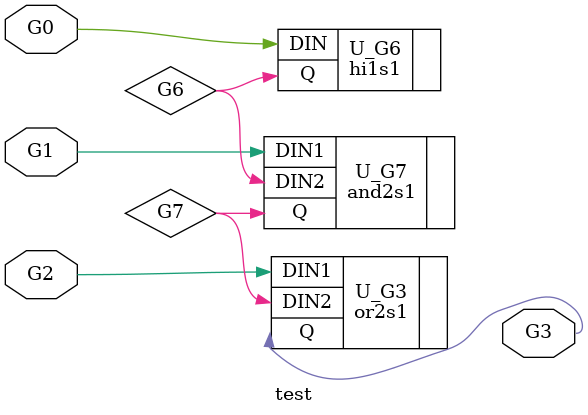
<source format=v>
module test(
    G0,
    G1,
    G2,
    G3
);

    input G0;
    input G1;
    input G2;
    output G3;

    wire G6;
    wire G7;

    hi1s1 U_G6 (.Q(G6), 
    .DIN(G0));
    and2s1 U_G7 (.Q(G7), 
    .DIN2(G6), 
    .DIN1(G1));
    or2s1 U_G3 (.Q(G3), 
    .DIN2(G7), 
    .DIN1(G2));
endmodule
</source>
